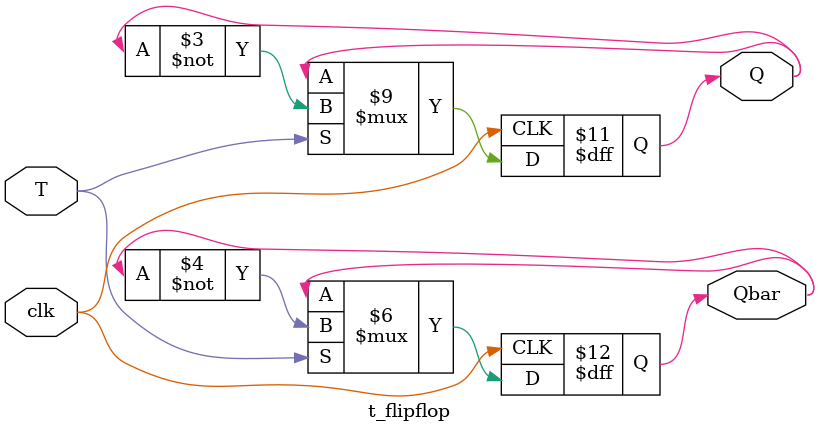
<source format=sv>
module t_flipflop (
    input T,         // Toggle input
    input clk,       // Clock input
    output reg Q,    // Output
    output reg Qbar  // Complement of output
);
    always @(posedge clk) begin
        if (T == 0) begin
            Q <= Q;           // No change
            Qbar <= Qbar;
        end else begin
            Q <= ~Q;          // Toggle
            Qbar <= ~Qbar;
        end
    end
endmodule

</source>
